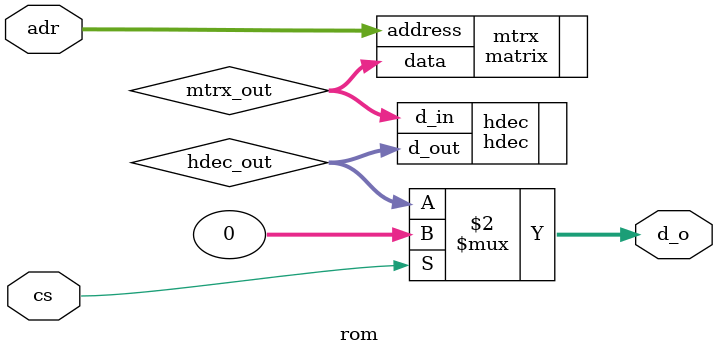
<source format=sv>
module rom (
    input  logic [9:0]  adr, //adress
    input  logic        cs, //chipselect active in low
    output logic [31:0] d_o //data out
);

wire [38:0] mtrx_out;
wire [31:0] hdec_out;

matrix  mtrx (
    .address(adr),
    .data(mtrx_out)
);
hdec    hdec (
    .d_in(mtrx_out), 
    .d_out(hdec_out)
);

assign d_o = (!cs) ? hdec_out : 32'b0;

endmodule
</source>
